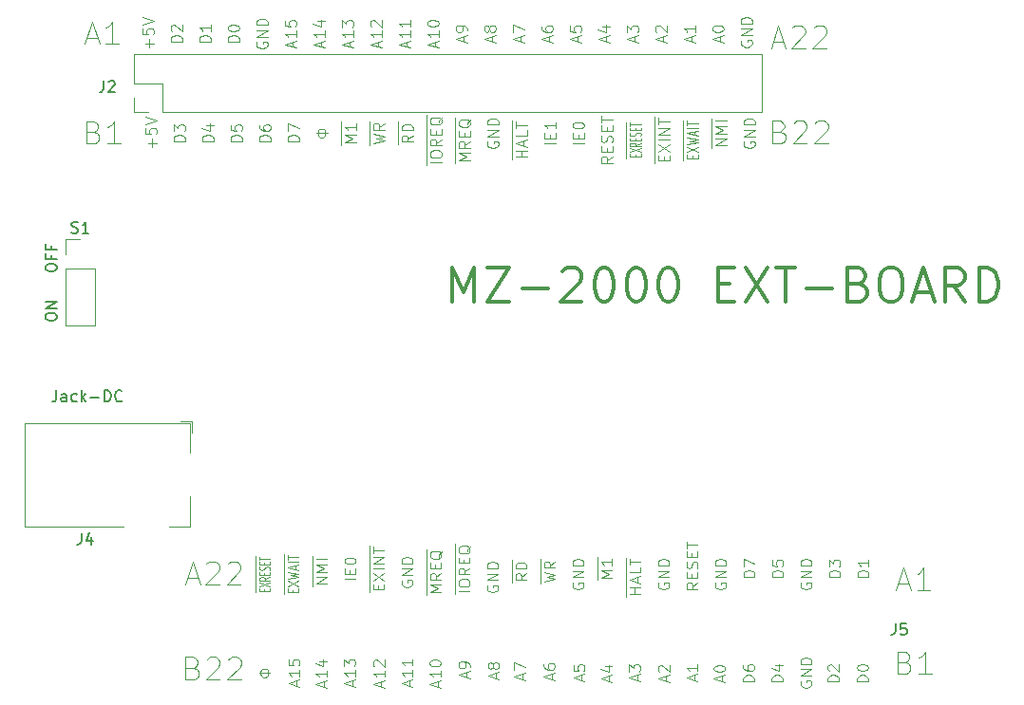
<source format=gto>
G04 #@! TF.GenerationSoftware,KiCad,Pcbnew,(5.1.9)-1*
G04 #@! TF.CreationDate,2022-05-23T16:02:47+09:00*
G04 #@! TF.ProjectId,mz-2000,6d7a2d32-3030-4302-9e6b-696361645f70,rev?*
G04 #@! TF.SameCoordinates,PX2faf080PY93d1cc0*
G04 #@! TF.FileFunction,Legend,Top*
G04 #@! TF.FilePolarity,Positive*
%FSLAX46Y46*%
G04 Gerber Fmt 4.6, Leading zero omitted, Abs format (unit mm)*
G04 Created by KiCad (PCBNEW (5.1.9)-1) date 2022-05-23 16:02:47*
%MOMM*%
%LPD*%
G01*
G04 APERTURE LIST*
%ADD10C,0.100000*%
%ADD11C,0.300000*%
%ADD12C,0.120000*%
%ADD13C,0.150000*%
G04 APERTURE END LIST*
D10*
X6273976Y50273358D02*
X6559690Y50178120D01*
X6654928Y50082881D01*
X6750166Y49892405D01*
X6750166Y49606691D01*
X6654928Y49416215D01*
X6559690Y49320977D01*
X6369214Y49225739D01*
X5607309Y49225739D01*
X5607309Y51225739D01*
X6273976Y51225739D01*
X6464452Y51130500D01*
X6559690Y51035262D01*
X6654928Y50844786D01*
X6654928Y50654310D01*
X6559690Y50463834D01*
X6464452Y50368596D01*
X6273976Y50273358D01*
X5607309Y50273358D01*
X8654928Y49225739D02*
X7512071Y49225739D01*
X8083500Y49225739D02*
X8083500Y51225739D01*
X7893023Y50940024D01*
X7702547Y50749548D01*
X7512071Y50654310D01*
X5654928Y58687167D02*
X6607309Y58687167D01*
X5464452Y58115739D02*
X6131119Y60115739D01*
X6797785Y58115739D01*
X8512071Y58115739D02*
X7369214Y58115739D01*
X7940642Y58115739D02*
X7940642Y60115739D01*
X7750166Y59830024D01*
X7559690Y59639548D01*
X7369214Y59544310D01*
X67453095Y50307858D02*
X67738809Y50212620D01*
X67834047Y50117381D01*
X67929285Y49926905D01*
X67929285Y49641191D01*
X67834047Y49450715D01*
X67738809Y49355477D01*
X67548333Y49260239D01*
X66786428Y49260239D01*
X66786428Y51260239D01*
X67453095Y51260239D01*
X67643571Y51165000D01*
X67738809Y51069762D01*
X67834047Y50879286D01*
X67834047Y50688810D01*
X67738809Y50498334D01*
X67643571Y50403096D01*
X67453095Y50307858D01*
X66786428Y50307858D01*
X68691190Y51069762D02*
X68786428Y51165000D01*
X68976904Y51260239D01*
X69453095Y51260239D01*
X69643571Y51165000D01*
X69738809Y51069762D01*
X69834047Y50879286D01*
X69834047Y50688810D01*
X69738809Y50403096D01*
X68595952Y49260239D01*
X69834047Y49260239D01*
X70595952Y51069762D02*
X70691190Y51165000D01*
X70881666Y51260239D01*
X71357857Y51260239D01*
X71548333Y51165000D01*
X71643571Y51069762D01*
X71738809Y50879286D01*
X71738809Y50688810D01*
X71643571Y50403096D01*
X70500714Y49260239D01*
X71738809Y49260239D01*
X66834047Y58306167D02*
X67786428Y58306167D01*
X66643571Y57734739D02*
X67310238Y59734739D01*
X67976904Y57734739D01*
X68548333Y59544262D02*
X68643571Y59639500D01*
X68834047Y59734739D01*
X69310238Y59734739D01*
X69500714Y59639500D01*
X69595952Y59544262D01*
X69691190Y59353786D01*
X69691190Y59163310D01*
X69595952Y58877596D01*
X68453095Y57734739D01*
X69691190Y57734739D01*
X70453095Y59544262D02*
X70548333Y59639500D01*
X70738809Y59734739D01*
X71215000Y59734739D01*
X71405476Y59639500D01*
X71500714Y59544262D01*
X71595952Y59353786D01*
X71595952Y59163310D01*
X71500714Y58877596D01*
X70357857Y57734739D01*
X71595952Y57734739D01*
X15148095Y2458858D02*
X15433809Y2363620D01*
X15529047Y2268381D01*
X15624285Y2077905D01*
X15624285Y1792191D01*
X15529047Y1601715D01*
X15433809Y1506477D01*
X15243333Y1411239D01*
X14481428Y1411239D01*
X14481428Y3411239D01*
X15148095Y3411239D01*
X15338571Y3316000D01*
X15433809Y3220762D01*
X15529047Y3030286D01*
X15529047Y2839810D01*
X15433809Y2649334D01*
X15338571Y2554096D01*
X15148095Y2458858D01*
X14481428Y2458858D01*
X16386190Y3220762D02*
X16481428Y3316000D01*
X16671904Y3411239D01*
X17148095Y3411239D01*
X17338571Y3316000D01*
X17433809Y3220762D01*
X17529047Y3030286D01*
X17529047Y2839810D01*
X17433809Y2554096D01*
X16290952Y1411239D01*
X17529047Y1411239D01*
X18290952Y3220762D02*
X18386190Y3316000D01*
X18576666Y3411239D01*
X19052857Y3411239D01*
X19243333Y3316000D01*
X19338571Y3220762D01*
X19433809Y3030286D01*
X19433809Y2839810D01*
X19338571Y2554096D01*
X18195714Y1411239D01*
X19433809Y1411239D01*
X14619047Y10482667D02*
X15571428Y10482667D01*
X14428571Y9911239D02*
X15095238Y11911239D01*
X15761904Y9911239D01*
X16333333Y11720762D02*
X16428571Y11816000D01*
X16619047Y11911239D01*
X17095238Y11911239D01*
X17285714Y11816000D01*
X17380952Y11720762D01*
X17476190Y11530286D01*
X17476190Y11339810D01*
X17380952Y11054096D01*
X16238095Y9911239D01*
X17476190Y9911239D01*
X18238095Y11720762D02*
X18333333Y11816000D01*
X18523809Y11911239D01*
X19000000Y11911239D01*
X19190476Y11816000D01*
X19285714Y11720762D01*
X19380952Y11530286D01*
X19380952Y11339810D01*
X19285714Y11054096D01*
X18142857Y9911239D01*
X19380952Y9911239D01*
X78600476Y2958858D02*
X78886190Y2863620D01*
X78981428Y2768381D01*
X79076666Y2577905D01*
X79076666Y2292191D01*
X78981428Y2101715D01*
X78886190Y2006477D01*
X78695714Y1911239D01*
X77933809Y1911239D01*
X77933809Y3911239D01*
X78600476Y3911239D01*
X78790952Y3816000D01*
X78886190Y3720762D01*
X78981428Y3530286D01*
X78981428Y3339810D01*
X78886190Y3149334D01*
X78790952Y3054096D01*
X78600476Y2958858D01*
X77933809Y2958858D01*
X80981428Y1911239D02*
X79838571Y1911239D01*
X80410000Y1911239D02*
X80410000Y3911239D01*
X80219523Y3625524D01*
X80029047Y3435048D01*
X79838571Y3339810D01*
X77981428Y9982667D02*
X78933809Y9982667D01*
X77790952Y9411239D02*
X78457619Y11411239D01*
X79124285Y9411239D01*
X80838571Y9411239D02*
X79695714Y9411239D01*
X80267142Y9411239D02*
X80267142Y11411239D01*
X80076666Y11125524D01*
X79886190Y10935048D01*
X79695714Y10839810D01*
X49010000Y10046096D02*
X48962380Y9950858D01*
X48962380Y9808000D01*
X49010000Y9665143D01*
X49105238Y9569905D01*
X49200476Y9522286D01*
X49390952Y9474667D01*
X49533809Y9474667D01*
X49724285Y9522286D01*
X49819523Y9569905D01*
X49914761Y9665143D01*
X49962380Y9808000D01*
X49962380Y9903239D01*
X49914761Y10046096D01*
X49867142Y10093715D01*
X49533809Y10093715D01*
X49533809Y9903239D01*
X49962380Y10522286D02*
X48962380Y10522286D01*
X49962380Y11093715D01*
X48962380Y11093715D01*
X49962380Y11569905D02*
X48962380Y11569905D01*
X48962380Y11808000D01*
X49010000Y11950858D01*
X49105238Y12046096D01*
X49200476Y12093715D01*
X49390952Y12141334D01*
X49533809Y12141334D01*
X49724285Y12093715D01*
X49819523Y12046096D01*
X49914761Y11950858D01*
X49962380Y11808000D01*
X49962380Y11569905D01*
X41390000Y9792096D02*
X41342380Y9696858D01*
X41342380Y9554000D01*
X41390000Y9411143D01*
X41485238Y9315905D01*
X41580476Y9268286D01*
X41770952Y9220667D01*
X41913809Y9220667D01*
X42104285Y9268286D01*
X42199523Y9315905D01*
X42294761Y9411143D01*
X42342380Y9554000D01*
X42342380Y9649239D01*
X42294761Y9792096D01*
X42247142Y9839715D01*
X41913809Y9839715D01*
X41913809Y9649239D01*
X42342380Y10268286D02*
X41342380Y10268286D01*
X42342380Y10839715D01*
X41342380Y10839715D01*
X42342380Y11315905D02*
X41342380Y11315905D01*
X41342380Y11554000D01*
X41390000Y11696858D01*
X41485238Y11792096D01*
X41580476Y11839715D01*
X41770952Y11887334D01*
X41913809Y11887334D01*
X42104285Y11839715D01*
X42199523Y11792096D01*
X42294761Y11696858D01*
X42342380Y11554000D01*
X42342380Y11315905D01*
X33770000Y10238096D02*
X33722380Y10142858D01*
X33722380Y10000000D01*
X33770000Y9857143D01*
X33865238Y9761905D01*
X33960476Y9714286D01*
X34150952Y9666667D01*
X34293809Y9666667D01*
X34484285Y9714286D01*
X34579523Y9761905D01*
X34674761Y9857143D01*
X34722380Y10000000D01*
X34722380Y10095239D01*
X34674761Y10238096D01*
X34627142Y10285715D01*
X34293809Y10285715D01*
X34293809Y10095239D01*
X34722380Y10714286D02*
X33722380Y10714286D01*
X34722380Y11285715D01*
X33722380Y11285715D01*
X34722380Y11761905D02*
X33722380Y11761905D01*
X33722380Y12000000D01*
X33770000Y12142858D01*
X33865238Y12238096D01*
X33960476Y12285715D01*
X34150952Y12333334D01*
X34293809Y12333334D01*
X34484285Y12285715D01*
X34579523Y12238096D01*
X34674761Y12142858D01*
X34722380Y12000000D01*
X34722380Y11761905D01*
X51200000Y10268381D02*
X51200000Y11411239D01*
X52502380Y10506477D02*
X51502380Y10506477D01*
X52216666Y10839810D01*
X51502380Y11173143D01*
X52502380Y11173143D01*
X51200000Y11411239D02*
X51200000Y12363620D01*
X52502380Y12173143D02*
X52502380Y11601715D01*
X52502380Y11887429D02*
X51502380Y11887429D01*
X51645238Y11792191D01*
X51740476Y11696953D01*
X51788095Y11601715D01*
X65158880Y1230405D02*
X64158880Y1230405D01*
X64158880Y1468500D01*
X64206500Y1611358D01*
X64301738Y1706596D01*
X64396976Y1754215D01*
X64587452Y1801834D01*
X64730309Y1801834D01*
X64920785Y1754215D01*
X65016023Y1706596D01*
X65111261Y1611358D01*
X65158880Y1468500D01*
X65158880Y1230405D01*
X64158880Y2658977D02*
X64158880Y2468500D01*
X64206500Y2373262D01*
X64254119Y2325643D01*
X64396976Y2230405D01*
X64587452Y2182786D01*
X64968404Y2182786D01*
X65063642Y2230405D01*
X65111261Y2278024D01*
X65158880Y2373262D01*
X65158880Y2563739D01*
X65111261Y2658977D01*
X65063642Y2706596D01*
X64968404Y2754215D01*
X64730309Y2754215D01*
X64635071Y2706596D01*
X64587452Y2658977D01*
X64539833Y2563739D01*
X64539833Y2373262D01*
X64587452Y2278024D01*
X64635071Y2230405D01*
X64730309Y2182786D01*
X61710000Y10046096D02*
X61662380Y9950858D01*
X61662380Y9808000D01*
X61710000Y9665143D01*
X61805238Y9569905D01*
X61900476Y9522286D01*
X62090952Y9474667D01*
X62233809Y9474667D01*
X62424285Y9522286D01*
X62519523Y9569905D01*
X62614761Y9665143D01*
X62662380Y9808000D01*
X62662380Y9903239D01*
X62614761Y10046096D01*
X62567142Y10093715D01*
X62233809Y10093715D01*
X62233809Y9903239D01*
X62662380Y10522286D02*
X61662380Y10522286D01*
X62662380Y11093715D01*
X61662380Y11093715D01*
X62662380Y11569905D02*
X61662380Y11569905D01*
X61662380Y11808000D01*
X61710000Y11950858D01*
X61805238Y12046096D01*
X61900476Y12093715D01*
X62090952Y12141334D01*
X62233809Y12141334D01*
X62424285Y12093715D01*
X62519523Y12046096D01*
X62614761Y11950858D01*
X62662380Y11808000D01*
X62662380Y11569905D01*
X23260000Y9016667D02*
X23260000Y9650000D01*
X24038571Y9183334D02*
X24038571Y9416667D01*
X24562380Y9516667D02*
X24562380Y9183334D01*
X23562380Y9183334D01*
X23562380Y9516667D01*
X23260000Y9650000D02*
X23260000Y10316667D01*
X23562380Y9750000D02*
X24562380Y10216667D01*
X23562380Y10216667D02*
X24562380Y9750000D01*
X23260000Y10316667D02*
X23260000Y11116667D01*
X23562380Y10416667D02*
X24562380Y10583334D01*
X23848095Y10716667D01*
X24562380Y10850000D01*
X23562380Y11016667D01*
X23260000Y11116667D02*
X23260000Y11716667D01*
X24276666Y11250000D02*
X24276666Y11583334D01*
X24562380Y11183334D02*
X23562380Y11416667D01*
X24562380Y11650000D01*
X23260000Y11716667D02*
X23260000Y12050000D01*
X24562380Y11883334D02*
X23562380Y11883334D01*
X23260000Y12050000D02*
X23260000Y12583334D01*
X23562380Y12116667D02*
X23562380Y12516667D01*
X24562380Y12316667D02*
X23562380Y12316667D01*
X46120000Y9990572D02*
X46120000Y11133429D01*
X46422380Y10133429D02*
X47422380Y10371524D01*
X46708095Y10562000D01*
X47422380Y10752477D01*
X46422380Y10990572D01*
X46120000Y11133429D02*
X46120000Y12133429D01*
X47422380Y11942953D02*
X46946190Y11609620D01*
X47422380Y11371524D02*
X46422380Y11371524D01*
X46422380Y11752477D01*
X46470000Y11847715D01*
X46517619Y11895334D01*
X46612857Y11942953D01*
X46755714Y11942953D01*
X46850952Y11895334D01*
X46898571Y11847715D01*
X46946190Y11752477D01*
X46946190Y11371524D01*
X60122380Y10069620D02*
X59646190Y9736286D01*
X60122380Y9498191D02*
X59122380Y9498191D01*
X59122380Y9879143D01*
X59170000Y9974381D01*
X59217619Y10022000D01*
X59312857Y10069620D01*
X59455714Y10069620D01*
X59550952Y10022000D01*
X59598571Y9974381D01*
X59646190Y9879143D01*
X59646190Y9498191D01*
X59598571Y10498191D02*
X59598571Y10831524D01*
X60122380Y10974381D02*
X60122380Y10498191D01*
X59122380Y10498191D01*
X59122380Y10974381D01*
X60074761Y11355334D02*
X60122380Y11498191D01*
X60122380Y11736286D01*
X60074761Y11831524D01*
X60027142Y11879143D01*
X59931904Y11926762D01*
X59836666Y11926762D01*
X59741428Y11879143D01*
X59693809Y11831524D01*
X59646190Y11736286D01*
X59598571Y11545810D01*
X59550952Y11450572D01*
X59503333Y11402953D01*
X59408095Y11355334D01*
X59312857Y11355334D01*
X59217619Y11402953D01*
X59170000Y11450572D01*
X59122380Y11545810D01*
X59122380Y11783905D01*
X59170000Y11926762D01*
X59598571Y12355334D02*
X59598571Y12688667D01*
X60122380Y12831524D02*
X60122380Y12355334D01*
X59122380Y12355334D01*
X59122380Y12831524D01*
X59122380Y13117239D02*
X59122380Y13688667D01*
X60122380Y13402953D02*
X59122380Y13402953D01*
X30880000Y9196572D02*
X30880000Y10101334D01*
X31658571Y9434667D02*
X31658571Y9768000D01*
X32182380Y9910858D02*
X32182380Y9434667D01*
X31182380Y9434667D01*
X31182380Y9910858D01*
X30880000Y10101334D02*
X30880000Y11053715D01*
X31182380Y10244191D02*
X32182380Y10910858D01*
X31182380Y10910858D02*
X32182380Y10244191D01*
X30880000Y11053715D02*
X30880000Y11529905D01*
X32182380Y11291810D02*
X31182380Y11291810D01*
X30880000Y11529905D02*
X30880000Y12577524D01*
X32182380Y11768000D02*
X31182380Y11768000D01*
X32182380Y12339429D01*
X31182380Y12339429D01*
X30880000Y12577524D02*
X30880000Y13339429D01*
X31182380Y12672762D02*
X31182380Y13244191D01*
X32182380Y12958477D02*
X31182380Y12958477D01*
X20720000Y9204762D02*
X20720000Y9657143D01*
X21498571Y9323810D02*
X21498571Y9490477D01*
X22022380Y9561905D02*
X22022380Y9323810D01*
X21022380Y9323810D01*
X21022380Y9561905D01*
X20720000Y9657143D02*
X20720000Y10133334D01*
X21022380Y9728572D02*
X22022380Y10061905D01*
X21022380Y10061905D02*
X22022380Y9728572D01*
X20720000Y10133334D02*
X20720000Y10633334D01*
X22022380Y10538096D02*
X21546190Y10371429D01*
X22022380Y10252381D02*
X21022380Y10252381D01*
X21022380Y10442858D01*
X21070000Y10490477D01*
X21117619Y10514286D01*
X21212857Y10538096D01*
X21355714Y10538096D01*
X21450952Y10514286D01*
X21498571Y10490477D01*
X21546190Y10442858D01*
X21546190Y10252381D01*
X20720000Y10633334D02*
X20720000Y11085715D01*
X21498571Y10752381D02*
X21498571Y10919048D01*
X22022380Y10990477D02*
X22022380Y10752381D01*
X21022380Y10752381D01*
X21022380Y10990477D01*
X20720000Y11085715D02*
X20720000Y11561905D01*
X21974761Y11180953D02*
X22022380Y11252381D01*
X22022380Y11371429D01*
X21974761Y11419048D01*
X21927142Y11442858D01*
X21831904Y11466667D01*
X21736666Y11466667D01*
X21641428Y11442858D01*
X21593809Y11419048D01*
X21546190Y11371429D01*
X21498571Y11276191D01*
X21450952Y11228572D01*
X21403333Y11204762D01*
X21308095Y11180953D01*
X21212857Y11180953D01*
X21117619Y11204762D01*
X21070000Y11228572D01*
X21022380Y11276191D01*
X21022380Y11395239D01*
X21070000Y11466667D01*
X20720000Y11561905D02*
X20720000Y12014286D01*
X21498571Y11680953D02*
X21498571Y11847620D01*
X22022380Y11919048D02*
X22022380Y11680953D01*
X21022380Y11680953D01*
X21022380Y11919048D01*
X20720000Y12014286D02*
X20720000Y12395239D01*
X21022380Y12061905D02*
X21022380Y12347620D01*
X22022380Y12204762D02*
X21022380Y12204762D01*
X65202380Y10577905D02*
X64202380Y10577905D01*
X64202380Y10816000D01*
X64250000Y10958858D01*
X64345238Y11054096D01*
X64440476Y11101715D01*
X64630952Y11149334D01*
X64773809Y11149334D01*
X64964285Y11101715D01*
X65059523Y11054096D01*
X65154761Y10958858D01*
X65202380Y10816000D01*
X65202380Y10577905D01*
X64202380Y11482667D02*
X64202380Y12149334D01*
X65202380Y11720762D01*
X72822380Y10577905D02*
X71822380Y10577905D01*
X71822380Y10816000D01*
X71870000Y10958858D01*
X71965238Y11054096D01*
X72060476Y11101715D01*
X72250952Y11149334D01*
X72393809Y11149334D01*
X72584285Y11101715D01*
X72679523Y11054096D01*
X72774761Y10958858D01*
X72822380Y10816000D01*
X72822380Y10577905D01*
X71822380Y11482667D02*
X71822380Y12101715D01*
X72203333Y11768381D01*
X72203333Y11911239D01*
X72250952Y12006477D01*
X72298571Y12054096D01*
X72393809Y12101715D01*
X72631904Y12101715D01*
X72727142Y12054096D01*
X72774761Y12006477D01*
X72822380Y11911239D01*
X72822380Y11625524D01*
X72774761Y11530286D01*
X72727142Y11482667D01*
X67742380Y10577905D02*
X66742380Y10577905D01*
X66742380Y10816000D01*
X66790000Y10958858D01*
X66885238Y11054096D01*
X66980476Y11101715D01*
X67170952Y11149334D01*
X67313809Y11149334D01*
X67504285Y11101715D01*
X67599523Y11054096D01*
X67694761Y10958858D01*
X67742380Y10816000D01*
X67742380Y10577905D01*
X66742380Y12054096D02*
X66742380Y11577905D01*
X67218571Y11530286D01*
X67170952Y11577905D01*
X67123333Y11673143D01*
X67123333Y11911239D01*
X67170952Y12006477D01*
X67218571Y12054096D01*
X67313809Y12101715D01*
X67551904Y12101715D01*
X67647142Y12054096D01*
X67694761Y12006477D01*
X67742380Y11911239D01*
X67742380Y11673143D01*
X67694761Y11577905D01*
X67647142Y11530286D01*
X22022380Y2000000D02*
X21022380Y2000000D01*
X21165238Y1904762D02*
X21165238Y2095239D01*
X21212857Y2238096D01*
X21308095Y2333334D01*
X21403333Y2380953D01*
X21593809Y2380953D01*
X21689047Y2333334D01*
X21784285Y2238096D01*
X21831904Y2095239D01*
X21831904Y1904762D01*
X21784285Y1761905D01*
X21689047Y1666667D01*
X21593809Y1619048D01*
X21403333Y1619048D01*
X21308095Y1666667D01*
X21212857Y1761905D01*
X21165238Y1904762D01*
X38500000Y9029905D02*
X38500000Y9506096D01*
X39802380Y9268000D02*
X38802380Y9268000D01*
X38500000Y9506096D02*
X38500000Y10553715D01*
X38802380Y9934667D02*
X38802380Y10125143D01*
X38850000Y10220381D01*
X38945238Y10315620D01*
X39135714Y10363239D01*
X39469047Y10363239D01*
X39659523Y10315620D01*
X39754761Y10220381D01*
X39802380Y10125143D01*
X39802380Y9934667D01*
X39754761Y9839429D01*
X39659523Y9744191D01*
X39469047Y9696572D01*
X39135714Y9696572D01*
X38945238Y9744191D01*
X38850000Y9839429D01*
X38802380Y9934667D01*
X38500000Y10553715D02*
X38500000Y11553715D01*
X39802380Y11363239D02*
X39326190Y11029905D01*
X39802380Y10791810D02*
X38802380Y10791810D01*
X38802380Y11172762D01*
X38850000Y11268000D01*
X38897619Y11315620D01*
X38992857Y11363239D01*
X39135714Y11363239D01*
X39230952Y11315620D01*
X39278571Y11268000D01*
X39326190Y11172762D01*
X39326190Y10791810D01*
X38500000Y11553715D02*
X38500000Y12458477D01*
X39278571Y11791810D02*
X39278571Y12125143D01*
X39802380Y12268000D02*
X39802380Y11791810D01*
X38802380Y11791810D01*
X38802380Y12268000D01*
X38500000Y12458477D02*
X38500000Y13506096D01*
X39897619Y13363239D02*
X39850000Y13268000D01*
X39754761Y13172762D01*
X39611904Y13029905D01*
X39564285Y12934667D01*
X39564285Y12839429D01*
X39802380Y12887048D02*
X39754761Y12791810D01*
X39659523Y12696572D01*
X39469047Y12648953D01*
X39135714Y12648953D01*
X38945238Y12696572D01*
X38850000Y12791810D01*
X38802380Y12887048D01*
X38802380Y13077524D01*
X38850000Y13172762D01*
X38945238Y13268000D01*
X39135714Y13315620D01*
X39469047Y13315620D01*
X39659523Y13268000D01*
X39754761Y13172762D01*
X39802380Y13077524D01*
X39802380Y12887048D01*
X67698880Y1230405D02*
X66698880Y1230405D01*
X66698880Y1468500D01*
X66746500Y1611358D01*
X66841738Y1706596D01*
X66936976Y1754215D01*
X67127452Y1801834D01*
X67270309Y1801834D01*
X67460785Y1754215D01*
X67556023Y1706596D01*
X67651261Y1611358D01*
X67698880Y1468500D01*
X67698880Y1230405D01*
X67032214Y2658977D02*
X67698880Y2658977D01*
X66651261Y2420881D02*
X67365547Y2182786D01*
X67365547Y2801834D01*
X53740000Y8815905D02*
X53740000Y9863524D01*
X55042380Y9054000D02*
X54042380Y9054000D01*
X54518571Y9054000D02*
X54518571Y9625429D01*
X55042380Y9625429D02*
X54042380Y9625429D01*
X53740000Y9863524D02*
X53740000Y10720667D01*
X54756666Y10054000D02*
X54756666Y10530191D01*
X55042380Y9958762D02*
X54042380Y10292096D01*
X55042380Y10625429D01*
X53740000Y10720667D02*
X53740000Y11530191D01*
X55042380Y11434953D02*
X55042380Y10958762D01*
X54042380Y10958762D01*
X53740000Y11530191D02*
X53740000Y12292096D01*
X54042380Y11625429D02*
X54042380Y12196858D01*
X55042380Y11911143D02*
X54042380Y11911143D01*
X56630000Y10046096D02*
X56582380Y9950858D01*
X56582380Y9808000D01*
X56630000Y9665143D01*
X56725238Y9569905D01*
X56820476Y9522286D01*
X57010952Y9474667D01*
X57153809Y9474667D01*
X57344285Y9522286D01*
X57439523Y9569905D01*
X57534761Y9665143D01*
X57582380Y9808000D01*
X57582380Y9903239D01*
X57534761Y10046096D01*
X57487142Y10093715D01*
X57153809Y10093715D01*
X57153809Y9903239D01*
X57582380Y10522286D02*
X56582380Y10522286D01*
X57582380Y11093715D01*
X56582380Y11093715D01*
X57582380Y11569905D02*
X56582380Y11569905D01*
X56582380Y11808000D01*
X56630000Y11950858D01*
X56725238Y12046096D01*
X56820476Y12093715D01*
X57010952Y12141334D01*
X57153809Y12141334D01*
X57344285Y12093715D01*
X57439523Y12046096D01*
X57534761Y11950858D01*
X57582380Y11808000D01*
X57582380Y11569905D01*
X35960000Y8952381D02*
X35960000Y10095239D01*
X37262380Y9190477D02*
X36262380Y9190477D01*
X36976666Y9523810D01*
X36262380Y9857143D01*
X37262380Y9857143D01*
X35960000Y10095239D02*
X35960000Y11095239D01*
X37262380Y10904762D02*
X36786190Y10571429D01*
X37262380Y10333334D02*
X36262380Y10333334D01*
X36262380Y10714286D01*
X36310000Y10809524D01*
X36357619Y10857143D01*
X36452857Y10904762D01*
X36595714Y10904762D01*
X36690952Y10857143D01*
X36738571Y10809524D01*
X36786190Y10714286D01*
X36786190Y10333334D01*
X35960000Y11095239D02*
X35960000Y12000000D01*
X36738571Y11333334D02*
X36738571Y11666667D01*
X37262380Y11809524D02*
X37262380Y11333334D01*
X36262380Y11333334D01*
X36262380Y11809524D01*
X35960000Y12000000D02*
X35960000Y13047620D01*
X37357619Y12904762D02*
X37310000Y12809524D01*
X37214761Y12714286D01*
X37071904Y12571429D01*
X37024285Y12476191D01*
X37024285Y12380953D01*
X37262380Y12428572D02*
X37214761Y12333334D01*
X37119523Y12238096D01*
X36929047Y12190477D01*
X36595714Y12190477D01*
X36405238Y12238096D01*
X36310000Y12333334D01*
X36262380Y12428572D01*
X36262380Y12619048D01*
X36310000Y12714286D01*
X36405238Y12809524D01*
X36595714Y12857143D01*
X36929047Y12857143D01*
X37119523Y12809524D01*
X37214761Y12714286D01*
X37262380Y12619048D01*
X37262380Y12428572D01*
X25800000Y9720667D02*
X25800000Y10768286D01*
X27102380Y9958762D02*
X26102380Y9958762D01*
X27102380Y10530191D01*
X26102380Y10530191D01*
X25800000Y10768286D02*
X25800000Y11911143D01*
X27102380Y11006381D02*
X26102380Y11006381D01*
X26816666Y11339715D01*
X26102380Y11673048D01*
X27102380Y11673048D01*
X25800000Y11911143D02*
X25800000Y12387334D01*
X27102380Y12149239D02*
X26102380Y12149239D01*
X43580000Y10062000D02*
X43580000Y11062000D01*
X44882380Y10871524D02*
X44406190Y10538191D01*
X44882380Y10300096D02*
X43882380Y10300096D01*
X43882380Y10681048D01*
X43930000Y10776286D01*
X43977619Y10823905D01*
X44072857Y10871524D01*
X44215714Y10871524D01*
X44310952Y10823905D01*
X44358571Y10776286D01*
X44406190Y10681048D01*
X44406190Y10300096D01*
X43580000Y11062000D02*
X43580000Y12062000D01*
X44882380Y11300096D02*
X43882380Y11300096D01*
X43882380Y11538191D01*
X43930000Y11681048D01*
X44025238Y11776286D01*
X44120476Y11823905D01*
X44310952Y11871524D01*
X44453809Y11871524D01*
X44644285Y11823905D01*
X44739523Y11776286D01*
X44834761Y11681048D01*
X44882380Y11538191D01*
X44882380Y11300096D01*
X29642380Y10379429D02*
X28642380Y10379429D01*
X29118571Y10855620D02*
X29118571Y11188953D01*
X29642380Y11331810D02*
X29642380Y10855620D01*
X28642380Y10855620D01*
X28642380Y11331810D01*
X28642380Y11950858D02*
X28642380Y12046096D01*
X28690000Y12141334D01*
X28737619Y12188953D01*
X28832857Y12236572D01*
X29023333Y12284191D01*
X29261428Y12284191D01*
X29451904Y12236572D01*
X29547142Y12188953D01*
X29594761Y12141334D01*
X29642380Y12046096D01*
X29642380Y11950858D01*
X29594761Y11855620D01*
X29547142Y11808000D01*
X29451904Y11760381D01*
X29261428Y11712762D01*
X29023333Y11712762D01*
X28832857Y11760381D01*
X28737619Y11808000D01*
X28690000Y11855620D01*
X28642380Y11950858D01*
X62269666Y1254215D02*
X62269666Y1730405D01*
X62555380Y1158977D02*
X61555380Y1492310D01*
X62555380Y1825643D01*
X61555380Y2349453D02*
X61555380Y2444691D01*
X61603000Y2539929D01*
X61650619Y2587548D01*
X61745857Y2635167D01*
X61936333Y2682786D01*
X62174428Y2682786D01*
X62364904Y2635167D01*
X62460142Y2587548D01*
X62507761Y2539929D01*
X62555380Y2444691D01*
X62555380Y2349453D01*
X62507761Y2254215D01*
X62460142Y2206596D01*
X62364904Y2158977D01*
X62174428Y2111358D01*
X61936333Y2111358D01*
X61745857Y2158977D01*
X61650619Y2206596D01*
X61603000Y2254215D01*
X61555380Y2349453D01*
X59836666Y1317715D02*
X59836666Y1793905D01*
X60122380Y1222477D02*
X59122380Y1555810D01*
X60122380Y1889143D01*
X60122380Y2746286D02*
X60122380Y2174858D01*
X60122380Y2460572D02*
X59122380Y2460572D01*
X59265238Y2365334D01*
X59360476Y2270096D01*
X59408095Y2174858D01*
X72715380Y1230405D02*
X71715380Y1230405D01*
X71715380Y1468500D01*
X71763000Y1611358D01*
X71858238Y1706596D01*
X71953476Y1754215D01*
X72143952Y1801834D01*
X72286809Y1801834D01*
X72477285Y1754215D01*
X72572523Y1706596D01*
X72667761Y1611358D01*
X72715380Y1468500D01*
X72715380Y1230405D01*
X71810619Y2182786D02*
X71763000Y2230405D01*
X71715380Y2325643D01*
X71715380Y2563739D01*
X71763000Y2658977D01*
X71810619Y2706596D01*
X71905857Y2754215D01*
X72001095Y2754215D01*
X72143952Y2706596D01*
X72715380Y2135167D01*
X72715380Y2754215D01*
X69330000Y10046096D02*
X69282380Y9950858D01*
X69282380Y9808000D01*
X69330000Y9665143D01*
X69425238Y9569905D01*
X69520476Y9522286D01*
X69710952Y9474667D01*
X69853809Y9474667D01*
X70044285Y9522286D01*
X70139523Y9569905D01*
X70234761Y9665143D01*
X70282380Y9808000D01*
X70282380Y9903239D01*
X70234761Y10046096D01*
X70187142Y10093715D01*
X69853809Y10093715D01*
X69853809Y9903239D01*
X70282380Y10522286D02*
X69282380Y10522286D01*
X70282380Y11093715D01*
X69282380Y11093715D01*
X70282380Y11569905D02*
X69282380Y11569905D01*
X69282380Y11808000D01*
X69330000Y11950858D01*
X69425238Y12046096D01*
X69520476Y12093715D01*
X69710952Y12141334D01*
X69853809Y12141334D01*
X70044285Y12093715D01*
X70139523Y12046096D01*
X70234761Y11950858D01*
X70282380Y11808000D01*
X70282380Y11569905D01*
X54713166Y1317715D02*
X54713166Y1793905D01*
X54998880Y1222477D02*
X53998880Y1555810D01*
X54998880Y1889143D01*
X53998880Y2127239D02*
X53998880Y2746286D01*
X54379833Y2412953D01*
X54379833Y2555810D01*
X54427452Y2651048D01*
X54475071Y2698667D01*
X54570309Y2746286D01*
X54808404Y2746286D01*
X54903642Y2698667D01*
X54951261Y2651048D01*
X54998880Y2555810D01*
X54998880Y2270096D01*
X54951261Y2174858D01*
X54903642Y2127239D01*
X52216666Y1254215D02*
X52216666Y1730405D01*
X52502380Y1158977D02*
X51502380Y1492310D01*
X52502380Y1825643D01*
X51835714Y2587548D02*
X52502380Y2587548D01*
X51454761Y2349453D02*
X52169047Y2111358D01*
X52169047Y2730405D01*
X57316666Y1254215D02*
X57316666Y1730405D01*
X57602380Y1158977D02*
X56602380Y1492310D01*
X57602380Y1825643D01*
X56697619Y2111358D02*
X56650000Y2158977D01*
X56602380Y2254215D01*
X56602380Y2492310D01*
X56650000Y2587548D01*
X56697619Y2635167D01*
X56792857Y2682786D01*
X56888095Y2682786D01*
X57030952Y2635167D01*
X57602380Y2063739D01*
X57602380Y2682786D01*
X49760166Y1317715D02*
X49760166Y1793905D01*
X50045880Y1222477D02*
X49045880Y1555810D01*
X50045880Y1889143D01*
X49045880Y2698667D02*
X49045880Y2222477D01*
X49522071Y2174858D01*
X49474452Y2222477D01*
X49426833Y2317715D01*
X49426833Y2555810D01*
X49474452Y2651048D01*
X49522071Y2698667D01*
X49617309Y2746286D01*
X49855404Y2746286D01*
X49950642Y2698667D01*
X49998261Y2651048D01*
X50045880Y2555810D01*
X50045880Y2317715D01*
X49998261Y2222477D01*
X49950642Y2174858D01*
X24360166Y841524D02*
X24360166Y1317715D01*
X24645880Y746286D02*
X23645880Y1079620D01*
X24645880Y1412953D01*
X24645880Y2270096D02*
X24645880Y1698667D01*
X24645880Y1984381D02*
X23645880Y1984381D01*
X23788738Y1889143D01*
X23883976Y1793905D01*
X23931595Y1698667D01*
X23645880Y3174858D02*
X23645880Y2698667D01*
X24122071Y2651048D01*
X24074452Y2698667D01*
X24026833Y2793905D01*
X24026833Y3032000D01*
X24074452Y3127239D01*
X24122071Y3174858D01*
X24217309Y3222477D01*
X24455404Y3222477D01*
X24550642Y3174858D01*
X24598261Y3127239D01*
X24645880Y3032000D01*
X24645880Y2793905D01*
X24598261Y2698667D01*
X24550642Y2651048D01*
X42140166Y1508215D02*
X42140166Y1984405D01*
X42425880Y1412977D02*
X41425880Y1746310D01*
X42425880Y2079643D01*
X41854452Y2555834D02*
X41806833Y2460596D01*
X41759214Y2412977D01*
X41663976Y2365358D01*
X41616357Y2365358D01*
X41521119Y2412977D01*
X41473500Y2460596D01*
X41425880Y2555834D01*
X41425880Y2746310D01*
X41473500Y2841548D01*
X41521119Y2889167D01*
X41616357Y2936786D01*
X41663976Y2936786D01*
X41759214Y2889167D01*
X41806833Y2841548D01*
X41854452Y2746310D01*
X41854452Y2555834D01*
X41902071Y2460596D01*
X41949690Y2412977D01*
X42044928Y2365358D01*
X42235404Y2365358D01*
X42330642Y2412977D01*
X42378261Y2460596D01*
X42425880Y2555834D01*
X42425880Y2746310D01*
X42378261Y2841548D01*
X42330642Y2889167D01*
X42235404Y2936786D01*
X42044928Y2936786D01*
X41949690Y2889167D01*
X41902071Y2841548D01*
X41854452Y2746310D01*
X36933166Y778024D02*
X36933166Y1254215D01*
X37218880Y682786D02*
X36218880Y1016120D01*
X37218880Y1349453D01*
X37218880Y2206596D02*
X37218880Y1635167D01*
X37218880Y1920881D02*
X36218880Y1920881D01*
X36361738Y1825643D01*
X36456976Y1730405D01*
X36504595Y1635167D01*
X36218880Y2825643D02*
X36218880Y2920881D01*
X36266500Y3016120D01*
X36314119Y3063739D01*
X36409357Y3111358D01*
X36599833Y3158977D01*
X36837928Y3158977D01*
X37028404Y3111358D01*
X37123642Y3063739D01*
X37171261Y3016120D01*
X37218880Y2920881D01*
X37218880Y2825643D01*
X37171261Y2730405D01*
X37123642Y2682786D01*
X37028404Y2635167D01*
X36837928Y2587548D01*
X36599833Y2587548D01*
X36409357Y2635167D01*
X36314119Y2682786D01*
X36266500Y2730405D01*
X36218880Y2825643D01*
X39536666Y1571715D02*
X39536666Y2047905D01*
X39822380Y1476477D02*
X38822380Y1809810D01*
X39822380Y2143143D01*
X39822380Y2524096D02*
X39822380Y2714572D01*
X39774761Y2809810D01*
X39727142Y2857429D01*
X39584285Y2952667D01*
X39393809Y3000286D01*
X39012857Y3000286D01*
X38917619Y2952667D01*
X38870000Y2905048D01*
X38822380Y2809810D01*
X38822380Y2619334D01*
X38870000Y2524096D01*
X38917619Y2476477D01*
X39012857Y2428858D01*
X39250952Y2428858D01*
X39346190Y2476477D01*
X39393809Y2524096D01*
X39441428Y2619334D01*
X39441428Y2809810D01*
X39393809Y2905048D01*
X39346190Y2952667D01*
X39250952Y3000286D01*
X75318880Y1230405D02*
X74318880Y1230405D01*
X74318880Y1468500D01*
X74366500Y1611358D01*
X74461738Y1706596D01*
X74556976Y1754215D01*
X74747452Y1801834D01*
X74890309Y1801834D01*
X75080785Y1754215D01*
X75176023Y1706596D01*
X75271261Y1611358D01*
X75318880Y1468500D01*
X75318880Y1230405D01*
X74318880Y2420881D02*
X74318880Y2516120D01*
X74366500Y2611358D01*
X74414119Y2658977D01*
X74509357Y2706596D01*
X74699833Y2754215D01*
X74937928Y2754215D01*
X75128404Y2706596D01*
X75223642Y2658977D01*
X75271261Y2611358D01*
X75318880Y2516120D01*
X75318880Y2420881D01*
X75271261Y2325643D01*
X75223642Y2278024D01*
X75128404Y2230405D01*
X74937928Y2182786D01*
X74699833Y2182786D01*
X74509357Y2230405D01*
X74414119Y2278024D01*
X74366500Y2325643D01*
X74318880Y2420881D01*
X31916666Y778024D02*
X31916666Y1254215D01*
X32202380Y682786D02*
X31202380Y1016120D01*
X32202380Y1349453D01*
X32202380Y2206596D02*
X32202380Y1635167D01*
X32202380Y1920881D02*
X31202380Y1920881D01*
X31345238Y1825643D01*
X31440476Y1730405D01*
X31488095Y1635167D01*
X31297619Y2587548D02*
X31250000Y2635167D01*
X31202380Y2730405D01*
X31202380Y2968500D01*
X31250000Y3063739D01*
X31297619Y3111358D01*
X31392857Y3158977D01*
X31488095Y3158977D01*
X31630952Y3111358D01*
X32202380Y2539929D01*
X32202380Y3158977D01*
X44489666Y1444715D02*
X44489666Y1920905D01*
X44775380Y1349477D02*
X43775380Y1682810D01*
X44775380Y2016143D01*
X43775380Y2254239D02*
X43775380Y2920905D01*
X44775380Y2492334D01*
X47093166Y1444715D02*
X47093166Y1920905D01*
X47378880Y1349477D02*
X46378880Y1682810D01*
X47378880Y2016143D01*
X46378880Y2778048D02*
X46378880Y2587572D01*
X46426500Y2492334D01*
X46474119Y2444715D01*
X46616976Y2349477D01*
X46807452Y2301858D01*
X47188404Y2301858D01*
X47283642Y2349477D01*
X47331261Y2397096D01*
X47378880Y2492334D01*
X47378880Y2682810D01*
X47331261Y2778048D01*
X47283642Y2825667D01*
X47188404Y2873286D01*
X46950309Y2873286D01*
X46855071Y2825667D01*
X46807452Y2778048D01*
X46759833Y2682810D01*
X46759833Y2492334D01*
X46807452Y2397096D01*
X46855071Y2349477D01*
X46950309Y2301858D01*
X75362380Y10577905D02*
X74362380Y10577905D01*
X74362380Y10816000D01*
X74410000Y10958858D01*
X74505238Y11054096D01*
X74600476Y11101715D01*
X74790952Y11149334D01*
X74933809Y11149334D01*
X75124285Y11101715D01*
X75219523Y11054096D01*
X75314761Y10958858D01*
X75362380Y10816000D01*
X75362380Y10577905D01*
X75362380Y12101715D02*
X75362380Y11530286D01*
X75362380Y11816000D02*
X74362380Y11816000D01*
X74505238Y11720762D01*
X74600476Y11625524D01*
X74648095Y11530286D01*
X34436666Y841524D02*
X34436666Y1317715D01*
X34722380Y746286D02*
X33722380Y1079620D01*
X34722380Y1412953D01*
X34722380Y2270096D02*
X34722380Y1698667D01*
X34722380Y1984381D02*
X33722380Y1984381D01*
X33865238Y1889143D01*
X33960476Y1793905D01*
X34008095Y1698667D01*
X34722380Y3222477D02*
X34722380Y2651048D01*
X34722380Y2936762D02*
X33722380Y2936762D01*
X33865238Y2841524D01*
X33960476Y2746286D01*
X34008095Y2651048D01*
X69330000Y1270096D02*
X69282380Y1174858D01*
X69282380Y1032000D01*
X69330000Y889143D01*
X69425238Y793905D01*
X69520476Y746286D01*
X69710952Y698667D01*
X69853809Y698667D01*
X70044285Y746286D01*
X70139523Y793905D01*
X70234761Y889143D01*
X70282380Y1032000D01*
X70282380Y1127239D01*
X70234761Y1270096D01*
X70187142Y1317715D01*
X69853809Y1317715D01*
X69853809Y1127239D01*
X70282380Y1746286D02*
X69282380Y1746286D01*
X70282380Y2317715D01*
X69282380Y2317715D01*
X70282380Y2793905D02*
X69282380Y2793905D01*
X69282380Y3032000D01*
X69330000Y3174858D01*
X69425238Y3270096D01*
X69520476Y3317715D01*
X69710952Y3365334D01*
X69853809Y3365334D01*
X70044285Y3317715D01*
X70139523Y3270096D01*
X70234761Y3174858D01*
X70282380Y3032000D01*
X70282380Y2793905D01*
X26773166Y778024D02*
X26773166Y1254215D01*
X27058880Y682786D02*
X26058880Y1016120D01*
X27058880Y1349453D01*
X27058880Y2206596D02*
X27058880Y1635167D01*
X27058880Y1920881D02*
X26058880Y1920881D01*
X26201738Y1825643D01*
X26296976Y1730405D01*
X26344595Y1635167D01*
X26392214Y3063739D02*
X27058880Y3063739D01*
X26011261Y2825643D02*
X26725547Y2587548D01*
X26725547Y3206596D01*
X29313166Y841524D02*
X29313166Y1317715D01*
X29598880Y746286D02*
X28598880Y1079620D01*
X29598880Y1412953D01*
X29598880Y2270096D02*
X29598880Y1698667D01*
X29598880Y1984381D02*
X28598880Y1984381D01*
X28741738Y1889143D01*
X28836976Y1793905D01*
X28884595Y1698667D01*
X28598880Y2603429D02*
X28598880Y3222477D01*
X28979833Y2889143D01*
X28979833Y3032000D01*
X29027452Y3127239D01*
X29075071Y3174858D01*
X29170309Y3222477D01*
X29408404Y3222477D01*
X29503642Y3174858D01*
X29551261Y3127239D01*
X29598880Y3032000D01*
X29598880Y2746286D01*
X29551261Y2651048D01*
X29503642Y2603429D01*
X64016000Y58420096D02*
X63968380Y58324858D01*
X63968380Y58182000D01*
X64016000Y58039143D01*
X64111238Y57943905D01*
X64206476Y57896286D01*
X64396952Y57848667D01*
X64539809Y57848667D01*
X64730285Y57896286D01*
X64825523Y57943905D01*
X64920761Y58039143D01*
X64968380Y58182000D01*
X64968380Y58277239D01*
X64920761Y58420096D01*
X64873142Y58467715D01*
X64539809Y58467715D01*
X64539809Y58277239D01*
X64968380Y58896286D02*
X63968380Y58896286D01*
X64968380Y59467715D01*
X63968380Y59467715D01*
X64968380Y59943905D02*
X63968380Y59943905D01*
X63968380Y60182000D01*
X64016000Y60324858D01*
X64111238Y60420096D01*
X64206476Y60467715D01*
X64396952Y60515334D01*
X64539809Y60515334D01*
X64730285Y60467715D01*
X64825523Y60420096D01*
X64920761Y60324858D01*
X64968380Y60182000D01*
X64968380Y59943905D01*
X62142666Y58340715D02*
X62142666Y58816905D01*
X62428380Y58245477D02*
X61428380Y58578810D01*
X62428380Y58912143D01*
X61428380Y59435953D02*
X61428380Y59531191D01*
X61476000Y59626429D01*
X61523619Y59674048D01*
X61618857Y59721667D01*
X61809333Y59769286D01*
X62047428Y59769286D01*
X62237904Y59721667D01*
X62333142Y59674048D01*
X62380761Y59626429D01*
X62428380Y59531191D01*
X62428380Y59435953D01*
X62380761Y59340715D01*
X62333142Y59293096D01*
X62237904Y59245477D01*
X62047428Y59197858D01*
X61809333Y59197858D01*
X61618857Y59245477D01*
X61523619Y59293096D01*
X61476000Y59340715D01*
X61428380Y59435953D01*
X59602666Y58340715D02*
X59602666Y58816905D01*
X59888380Y58245477D02*
X58888380Y58578810D01*
X59888380Y58912143D01*
X59888380Y59769286D02*
X59888380Y59197858D01*
X59888380Y59483572D02*
X58888380Y59483572D01*
X59031238Y59388334D01*
X59126476Y59293096D01*
X59174095Y59197858D01*
X57062666Y58340715D02*
X57062666Y58816905D01*
X57348380Y58245477D02*
X56348380Y58578810D01*
X57348380Y58912143D01*
X56443619Y59197858D02*
X56396000Y59245477D01*
X56348380Y59340715D01*
X56348380Y59578810D01*
X56396000Y59674048D01*
X56443619Y59721667D01*
X56538857Y59769286D01*
X56634095Y59769286D01*
X56776952Y59721667D01*
X57348380Y59150239D01*
X57348380Y59769286D01*
X54522666Y58340715D02*
X54522666Y58816905D01*
X54808380Y58245477D02*
X53808380Y58578810D01*
X54808380Y58912143D01*
X53808380Y59150239D02*
X53808380Y59769286D01*
X54189333Y59435953D01*
X54189333Y59578810D01*
X54236952Y59674048D01*
X54284571Y59721667D01*
X54379809Y59769286D01*
X54617904Y59769286D01*
X54713142Y59721667D01*
X54760761Y59674048D01*
X54808380Y59578810D01*
X54808380Y59293096D01*
X54760761Y59197858D01*
X54713142Y59150239D01*
X51982666Y58340715D02*
X51982666Y58816905D01*
X52268380Y58245477D02*
X51268380Y58578810D01*
X52268380Y58912143D01*
X51601714Y59674048D02*
X52268380Y59674048D01*
X51220761Y59435953D02*
X51935047Y59197858D01*
X51935047Y59816905D01*
X49442666Y58340715D02*
X49442666Y58816905D01*
X49728380Y58245477D02*
X48728380Y58578810D01*
X49728380Y58912143D01*
X48728380Y59721667D02*
X48728380Y59245477D01*
X49204571Y59197858D01*
X49156952Y59245477D01*
X49109333Y59340715D01*
X49109333Y59578810D01*
X49156952Y59674048D01*
X49204571Y59721667D01*
X49299809Y59769286D01*
X49537904Y59769286D01*
X49633142Y59721667D01*
X49680761Y59674048D01*
X49728380Y59578810D01*
X49728380Y59340715D01*
X49680761Y59245477D01*
X49633142Y59197858D01*
X46902666Y58340715D02*
X46902666Y58816905D01*
X47188380Y58245477D02*
X46188380Y58578810D01*
X47188380Y58912143D01*
X46188380Y59674048D02*
X46188380Y59483572D01*
X46236000Y59388334D01*
X46283619Y59340715D01*
X46426476Y59245477D01*
X46616952Y59197858D01*
X46997904Y59197858D01*
X47093142Y59245477D01*
X47140761Y59293096D01*
X47188380Y59388334D01*
X47188380Y59578810D01*
X47140761Y59674048D01*
X47093142Y59721667D01*
X46997904Y59769286D01*
X46759809Y59769286D01*
X46664571Y59721667D01*
X46616952Y59674048D01*
X46569333Y59578810D01*
X46569333Y59388334D01*
X46616952Y59293096D01*
X46664571Y59245477D01*
X46759809Y59197858D01*
X44362666Y58340715D02*
X44362666Y58816905D01*
X44648380Y58245477D02*
X43648380Y58578810D01*
X44648380Y58912143D01*
X43648380Y59150239D02*
X43648380Y59816905D01*
X44648380Y59388334D01*
X41822666Y58340715D02*
X41822666Y58816905D01*
X42108380Y58245477D02*
X41108380Y58578810D01*
X42108380Y58912143D01*
X41536952Y59388334D02*
X41489333Y59293096D01*
X41441714Y59245477D01*
X41346476Y59197858D01*
X41298857Y59197858D01*
X41203619Y59245477D01*
X41156000Y59293096D01*
X41108380Y59388334D01*
X41108380Y59578810D01*
X41156000Y59674048D01*
X41203619Y59721667D01*
X41298857Y59769286D01*
X41346476Y59769286D01*
X41441714Y59721667D01*
X41489333Y59674048D01*
X41536952Y59578810D01*
X41536952Y59388334D01*
X41584571Y59293096D01*
X41632190Y59245477D01*
X41727428Y59197858D01*
X41917904Y59197858D01*
X42013142Y59245477D01*
X42060761Y59293096D01*
X42108380Y59388334D01*
X42108380Y59578810D01*
X42060761Y59674048D01*
X42013142Y59721667D01*
X41917904Y59769286D01*
X41727428Y59769286D01*
X41632190Y59721667D01*
X41584571Y59674048D01*
X41536952Y59578810D01*
X39282666Y58340715D02*
X39282666Y58816905D01*
X39568380Y58245477D02*
X38568380Y58578810D01*
X39568380Y58912143D01*
X39568380Y59293096D02*
X39568380Y59483572D01*
X39520761Y59578810D01*
X39473142Y59626429D01*
X39330285Y59721667D01*
X39139809Y59769286D01*
X38758857Y59769286D01*
X38663619Y59721667D01*
X38616000Y59674048D01*
X38568380Y59578810D01*
X38568380Y59388334D01*
X38616000Y59293096D01*
X38663619Y59245477D01*
X38758857Y59197858D01*
X38996952Y59197858D01*
X39092190Y59245477D01*
X39139809Y59293096D01*
X39187428Y59388334D01*
X39187428Y59578810D01*
X39139809Y59674048D01*
X39092190Y59721667D01*
X38996952Y59769286D01*
X36742666Y57864524D02*
X36742666Y58340715D01*
X37028380Y57769286D02*
X36028380Y58102620D01*
X37028380Y58435953D01*
X37028380Y59293096D02*
X37028380Y58721667D01*
X37028380Y59007381D02*
X36028380Y59007381D01*
X36171238Y58912143D01*
X36266476Y58816905D01*
X36314095Y58721667D01*
X36028380Y59912143D02*
X36028380Y60007381D01*
X36076000Y60102620D01*
X36123619Y60150239D01*
X36218857Y60197858D01*
X36409333Y60245477D01*
X36647428Y60245477D01*
X36837904Y60197858D01*
X36933142Y60150239D01*
X36980761Y60102620D01*
X37028380Y60007381D01*
X37028380Y59912143D01*
X36980761Y59816905D01*
X36933142Y59769286D01*
X36837904Y59721667D01*
X36647428Y59674048D01*
X36409333Y59674048D01*
X36218857Y59721667D01*
X36123619Y59769286D01*
X36076000Y59816905D01*
X36028380Y59912143D01*
X34202666Y57864524D02*
X34202666Y58340715D01*
X34488380Y57769286D02*
X33488380Y58102620D01*
X34488380Y58435953D01*
X34488380Y59293096D02*
X34488380Y58721667D01*
X34488380Y59007381D02*
X33488380Y59007381D01*
X33631238Y58912143D01*
X33726476Y58816905D01*
X33774095Y58721667D01*
X34488380Y60245477D02*
X34488380Y59674048D01*
X34488380Y59959762D02*
X33488380Y59959762D01*
X33631238Y59864524D01*
X33726476Y59769286D01*
X33774095Y59674048D01*
X31662666Y57864524D02*
X31662666Y58340715D01*
X31948380Y57769286D02*
X30948380Y58102620D01*
X31948380Y58435953D01*
X31948380Y59293096D02*
X31948380Y58721667D01*
X31948380Y59007381D02*
X30948380Y59007381D01*
X31091238Y58912143D01*
X31186476Y58816905D01*
X31234095Y58721667D01*
X31043619Y59674048D02*
X30996000Y59721667D01*
X30948380Y59816905D01*
X30948380Y60055000D01*
X30996000Y60150239D01*
X31043619Y60197858D01*
X31138857Y60245477D01*
X31234095Y60245477D01*
X31376952Y60197858D01*
X31948380Y59626429D01*
X31948380Y60245477D01*
X29122666Y57864524D02*
X29122666Y58340715D01*
X29408380Y57769286D02*
X28408380Y58102620D01*
X29408380Y58435953D01*
X29408380Y59293096D02*
X29408380Y58721667D01*
X29408380Y59007381D02*
X28408380Y59007381D01*
X28551238Y58912143D01*
X28646476Y58816905D01*
X28694095Y58721667D01*
X28408380Y59626429D02*
X28408380Y60245477D01*
X28789333Y59912143D01*
X28789333Y60055000D01*
X28836952Y60150239D01*
X28884571Y60197858D01*
X28979809Y60245477D01*
X29217904Y60245477D01*
X29313142Y60197858D01*
X29360761Y60150239D01*
X29408380Y60055000D01*
X29408380Y59769286D01*
X29360761Y59674048D01*
X29313142Y59626429D01*
X26582666Y57864524D02*
X26582666Y58340715D01*
X26868380Y57769286D02*
X25868380Y58102620D01*
X26868380Y58435953D01*
X26868380Y59293096D02*
X26868380Y58721667D01*
X26868380Y59007381D02*
X25868380Y59007381D01*
X26011238Y58912143D01*
X26106476Y58816905D01*
X26154095Y58721667D01*
X26201714Y60150239D02*
X26868380Y60150239D01*
X25820761Y59912143D02*
X26535047Y59674048D01*
X26535047Y60293096D01*
X24042666Y57864524D02*
X24042666Y58340715D01*
X24328380Y57769286D02*
X23328380Y58102620D01*
X24328380Y58435953D01*
X24328380Y59293096D02*
X24328380Y58721667D01*
X24328380Y59007381D02*
X23328380Y59007381D01*
X23471238Y58912143D01*
X23566476Y58816905D01*
X23614095Y58721667D01*
X23328380Y60197858D02*
X23328380Y59721667D01*
X23804571Y59674048D01*
X23756952Y59721667D01*
X23709333Y59816905D01*
X23709333Y60055000D01*
X23756952Y60150239D01*
X23804571Y60197858D01*
X23899809Y60245477D01*
X24137904Y60245477D01*
X24233142Y60197858D01*
X24280761Y60150239D01*
X24328380Y60055000D01*
X24328380Y59816905D01*
X24280761Y59721667D01*
X24233142Y59674048D01*
X20836000Y58293096D02*
X20788380Y58197858D01*
X20788380Y58055000D01*
X20836000Y57912143D01*
X20931238Y57816905D01*
X21026476Y57769286D01*
X21216952Y57721667D01*
X21359809Y57721667D01*
X21550285Y57769286D01*
X21645523Y57816905D01*
X21740761Y57912143D01*
X21788380Y58055000D01*
X21788380Y58150239D01*
X21740761Y58293096D01*
X21693142Y58340715D01*
X21359809Y58340715D01*
X21359809Y58150239D01*
X21788380Y58769286D02*
X20788380Y58769286D01*
X21788380Y59340715D01*
X20788380Y59340715D01*
X21788380Y59816905D02*
X20788380Y59816905D01*
X20788380Y60055000D01*
X20836000Y60197858D01*
X20931238Y60293096D01*
X21026476Y60340715D01*
X21216952Y60388334D01*
X21359809Y60388334D01*
X21550285Y60340715D01*
X21645523Y60293096D01*
X21740761Y60197858D01*
X21788380Y60055000D01*
X21788380Y59816905D01*
X19248380Y58316905D02*
X18248380Y58316905D01*
X18248380Y58555000D01*
X18296000Y58697858D01*
X18391238Y58793096D01*
X18486476Y58840715D01*
X18676952Y58888334D01*
X18819809Y58888334D01*
X19010285Y58840715D01*
X19105523Y58793096D01*
X19200761Y58697858D01*
X19248380Y58555000D01*
X19248380Y58316905D01*
X18248380Y59507381D02*
X18248380Y59602620D01*
X18296000Y59697858D01*
X18343619Y59745477D01*
X18438857Y59793096D01*
X18629333Y59840715D01*
X18867428Y59840715D01*
X19057904Y59793096D01*
X19153142Y59745477D01*
X19200761Y59697858D01*
X19248380Y59602620D01*
X19248380Y59507381D01*
X19200761Y59412143D01*
X19153142Y59364524D01*
X19057904Y59316905D01*
X18867428Y59269286D01*
X18629333Y59269286D01*
X18438857Y59316905D01*
X18343619Y59364524D01*
X18296000Y59412143D01*
X18248380Y59507381D01*
X16708380Y58316905D02*
X15708380Y58316905D01*
X15708380Y58555000D01*
X15756000Y58697858D01*
X15851238Y58793096D01*
X15946476Y58840715D01*
X16136952Y58888334D01*
X16279809Y58888334D01*
X16470285Y58840715D01*
X16565523Y58793096D01*
X16660761Y58697858D01*
X16708380Y58555000D01*
X16708380Y58316905D01*
X16708380Y59840715D02*
X16708380Y59269286D01*
X16708380Y59555000D02*
X15708380Y59555000D01*
X15851238Y59459762D01*
X15946476Y59364524D01*
X15994095Y59269286D01*
X11247428Y57769286D02*
X11247428Y58531191D01*
X11628380Y58150239D02*
X10866476Y58150239D01*
X10628380Y59483572D02*
X10628380Y59007381D01*
X11104571Y58959762D01*
X11056952Y59007381D01*
X11009333Y59102620D01*
X11009333Y59340715D01*
X11056952Y59435953D01*
X11104571Y59483572D01*
X11199809Y59531191D01*
X11437904Y59531191D01*
X11533142Y59483572D01*
X11580761Y59435953D01*
X11628380Y59340715D01*
X11628380Y59102620D01*
X11580761Y59007381D01*
X11533142Y58959762D01*
X10628380Y59816905D02*
X11628380Y60150239D01*
X10628380Y60483572D01*
X14168380Y58316905D02*
X13168380Y58316905D01*
X13168380Y58555000D01*
X13216000Y58697858D01*
X13311238Y58793096D01*
X13406476Y58840715D01*
X13596952Y58888334D01*
X13739809Y58888334D01*
X13930285Y58840715D01*
X14025523Y58793096D01*
X14120761Y58697858D01*
X14168380Y58555000D01*
X14168380Y58316905D01*
X13263619Y59269286D02*
X13216000Y59316905D01*
X13168380Y59412143D01*
X13168380Y59650239D01*
X13216000Y59745477D01*
X13263619Y59793096D01*
X13358857Y59840715D01*
X13454095Y59840715D01*
X13596952Y59793096D01*
X14168380Y59221667D01*
X14168380Y59840715D01*
X64270000Y49403096D02*
X64222380Y49307858D01*
X64222380Y49165000D01*
X64270000Y49022143D01*
X64365238Y48926905D01*
X64460476Y48879286D01*
X64650952Y48831667D01*
X64793809Y48831667D01*
X64984285Y48879286D01*
X65079523Y48926905D01*
X65174761Y49022143D01*
X65222380Y49165000D01*
X65222380Y49260239D01*
X65174761Y49403096D01*
X65127142Y49450715D01*
X64793809Y49450715D01*
X64793809Y49260239D01*
X65222380Y49879286D02*
X64222380Y49879286D01*
X65222380Y50450715D01*
X64222380Y50450715D01*
X65222380Y50926905D02*
X64222380Y50926905D01*
X64222380Y51165000D01*
X64270000Y51307858D01*
X64365238Y51403096D01*
X64460476Y51450715D01*
X64650952Y51498334D01*
X64793809Y51498334D01*
X64984285Y51450715D01*
X65079523Y51403096D01*
X65174761Y51307858D01*
X65222380Y51165000D01*
X65222380Y50926905D01*
X61380000Y48831667D02*
X61380000Y49879286D01*
X62682380Y49069762D02*
X61682380Y49069762D01*
X62682380Y49641191D01*
X61682380Y49641191D01*
X61380000Y49879286D02*
X61380000Y51022143D01*
X62682380Y50117381D02*
X61682380Y50117381D01*
X62396666Y50450715D01*
X61682380Y50784048D01*
X62682380Y50784048D01*
X61380000Y51022143D02*
X61380000Y51498334D01*
X62682380Y51260239D02*
X61682380Y51260239D01*
X58840000Y47746667D02*
X58840000Y48380000D01*
X59618571Y47913334D02*
X59618571Y48146667D01*
X60142380Y48246667D02*
X60142380Y47913334D01*
X59142380Y47913334D01*
X59142380Y48246667D01*
X58840000Y48380000D02*
X58840000Y49046667D01*
X59142380Y48480000D02*
X60142380Y48946667D01*
X59142380Y48946667D02*
X60142380Y48480000D01*
X58840000Y49046667D02*
X58840000Y49846667D01*
X59142380Y49146667D02*
X60142380Y49313334D01*
X59428095Y49446667D01*
X60142380Y49580000D01*
X59142380Y49746667D01*
X58840000Y49846667D02*
X58840000Y50446667D01*
X59856666Y49980000D02*
X59856666Y50313334D01*
X60142380Y49913334D02*
X59142380Y50146667D01*
X60142380Y50380000D01*
X58840000Y50446667D02*
X58840000Y50780000D01*
X60142380Y50613334D02*
X59142380Y50613334D01*
X58840000Y50780000D02*
X58840000Y51313334D01*
X59142380Y50846667D02*
X59142380Y51246667D01*
X60142380Y51046667D02*
X59142380Y51046667D01*
X56300000Y47458572D02*
X56300000Y48363334D01*
X57078571Y47696667D02*
X57078571Y48030000D01*
X57602380Y48172858D02*
X57602380Y47696667D01*
X56602380Y47696667D01*
X56602380Y48172858D01*
X56300000Y48363334D02*
X56300000Y49315715D01*
X56602380Y48506191D02*
X57602380Y49172858D01*
X56602380Y49172858D02*
X57602380Y48506191D01*
X56300000Y49315715D02*
X56300000Y49791905D01*
X57602380Y49553810D02*
X56602380Y49553810D01*
X56300000Y49791905D02*
X56300000Y50839524D01*
X57602380Y50030000D02*
X56602380Y50030000D01*
X57602380Y50601429D01*
X56602380Y50601429D01*
X56300000Y50839524D02*
X56300000Y51601429D01*
X56602380Y50934762D02*
X56602380Y51506191D01*
X57602380Y51220477D02*
X56602380Y51220477D01*
X53760000Y47934762D02*
X53760000Y48387143D01*
X54538571Y48053810D02*
X54538571Y48220477D01*
X55062380Y48291905D02*
X55062380Y48053810D01*
X54062380Y48053810D01*
X54062380Y48291905D01*
X53760000Y48387143D02*
X53760000Y48863334D01*
X54062380Y48458572D02*
X55062380Y48791905D01*
X54062380Y48791905D02*
X55062380Y48458572D01*
X53760000Y48863334D02*
X53760000Y49363334D01*
X55062380Y49268096D02*
X54586190Y49101429D01*
X55062380Y48982381D02*
X54062380Y48982381D01*
X54062380Y49172858D01*
X54110000Y49220477D01*
X54157619Y49244286D01*
X54252857Y49268096D01*
X54395714Y49268096D01*
X54490952Y49244286D01*
X54538571Y49220477D01*
X54586190Y49172858D01*
X54586190Y48982381D01*
X53760000Y49363334D02*
X53760000Y49815715D01*
X54538571Y49482381D02*
X54538571Y49649048D01*
X55062380Y49720477D02*
X55062380Y49482381D01*
X54062380Y49482381D01*
X54062380Y49720477D01*
X53760000Y49815715D02*
X53760000Y50291905D01*
X55014761Y49910953D02*
X55062380Y49982381D01*
X55062380Y50101429D01*
X55014761Y50149048D01*
X54967142Y50172858D01*
X54871904Y50196667D01*
X54776666Y50196667D01*
X54681428Y50172858D01*
X54633809Y50149048D01*
X54586190Y50101429D01*
X54538571Y50006191D01*
X54490952Y49958572D01*
X54443333Y49934762D01*
X54348095Y49910953D01*
X54252857Y49910953D01*
X54157619Y49934762D01*
X54110000Y49958572D01*
X54062380Y50006191D01*
X54062380Y50125239D01*
X54110000Y50196667D01*
X53760000Y50291905D02*
X53760000Y50744286D01*
X54538571Y50410953D02*
X54538571Y50577620D01*
X55062380Y50649048D02*
X55062380Y50410953D01*
X54062380Y50410953D01*
X54062380Y50649048D01*
X53760000Y50744286D02*
X53760000Y51125239D01*
X54062380Y50791905D02*
X54062380Y51077620D01*
X55062380Y50934762D02*
X54062380Y50934762D01*
X52522380Y48077620D02*
X52046190Y47744286D01*
X52522380Y47506191D02*
X51522380Y47506191D01*
X51522380Y47887143D01*
X51570000Y47982381D01*
X51617619Y48030000D01*
X51712857Y48077620D01*
X51855714Y48077620D01*
X51950952Y48030000D01*
X51998571Y47982381D01*
X52046190Y47887143D01*
X52046190Y47506191D01*
X51998571Y48506191D02*
X51998571Y48839524D01*
X52522380Y48982381D02*
X52522380Y48506191D01*
X51522380Y48506191D01*
X51522380Y48982381D01*
X52474761Y49363334D02*
X52522380Y49506191D01*
X52522380Y49744286D01*
X52474761Y49839524D01*
X52427142Y49887143D01*
X52331904Y49934762D01*
X52236666Y49934762D01*
X52141428Y49887143D01*
X52093809Y49839524D01*
X52046190Y49744286D01*
X51998571Y49553810D01*
X51950952Y49458572D01*
X51903333Y49410953D01*
X51808095Y49363334D01*
X51712857Y49363334D01*
X51617619Y49410953D01*
X51570000Y49458572D01*
X51522380Y49553810D01*
X51522380Y49791905D01*
X51570000Y49934762D01*
X51998571Y50363334D02*
X51998571Y50696667D01*
X52522380Y50839524D02*
X52522380Y50363334D01*
X51522380Y50363334D01*
X51522380Y50839524D01*
X51522380Y51125239D02*
X51522380Y51696667D01*
X52522380Y51410953D02*
X51522380Y51410953D01*
X49982380Y49236429D02*
X48982380Y49236429D01*
X49458571Y49712620D02*
X49458571Y50045953D01*
X49982380Y50188810D02*
X49982380Y49712620D01*
X48982380Y49712620D01*
X48982380Y50188810D01*
X48982380Y50807858D02*
X48982380Y50903096D01*
X49030000Y50998334D01*
X49077619Y51045953D01*
X49172857Y51093572D01*
X49363333Y51141191D01*
X49601428Y51141191D01*
X49791904Y51093572D01*
X49887142Y51045953D01*
X49934761Y50998334D01*
X49982380Y50903096D01*
X49982380Y50807858D01*
X49934761Y50712620D01*
X49887142Y50665000D01*
X49791904Y50617381D01*
X49601428Y50569762D01*
X49363333Y50569762D01*
X49172857Y50617381D01*
X49077619Y50665000D01*
X49030000Y50712620D01*
X48982380Y50807858D01*
X47442380Y49236429D02*
X46442380Y49236429D01*
X46918571Y49712620D02*
X46918571Y50045953D01*
X47442380Y50188810D02*
X47442380Y49712620D01*
X46442380Y49712620D01*
X46442380Y50188810D01*
X47442380Y51141191D02*
X47442380Y50569762D01*
X47442380Y50855477D02*
X46442380Y50855477D01*
X46585238Y50760239D01*
X46680476Y50665000D01*
X46728095Y50569762D01*
X43600000Y47791905D02*
X43600000Y48839524D01*
X44902380Y48030000D02*
X43902380Y48030000D01*
X44378571Y48030000D02*
X44378571Y48601429D01*
X44902380Y48601429D02*
X43902380Y48601429D01*
X43600000Y48839524D02*
X43600000Y49696667D01*
X44616666Y49030000D02*
X44616666Y49506191D01*
X44902380Y48934762D02*
X43902380Y49268096D01*
X44902380Y49601429D01*
X43600000Y49696667D02*
X43600000Y50506191D01*
X44902380Y50410953D02*
X44902380Y49934762D01*
X43902380Y49934762D01*
X43600000Y50506191D02*
X43600000Y51268096D01*
X43902380Y50601429D02*
X43902380Y51172858D01*
X44902380Y50887143D02*
X43902380Y50887143D01*
X41410000Y49403096D02*
X41362380Y49307858D01*
X41362380Y49165000D01*
X41410000Y49022143D01*
X41505238Y48926905D01*
X41600476Y48879286D01*
X41790952Y48831667D01*
X41933809Y48831667D01*
X42124285Y48879286D01*
X42219523Y48926905D01*
X42314761Y49022143D01*
X42362380Y49165000D01*
X42362380Y49260239D01*
X42314761Y49403096D01*
X42267142Y49450715D01*
X41933809Y49450715D01*
X41933809Y49260239D01*
X42362380Y49879286D02*
X41362380Y49879286D01*
X42362380Y50450715D01*
X41362380Y50450715D01*
X42362380Y50926905D02*
X41362380Y50926905D01*
X41362380Y51165000D01*
X41410000Y51307858D01*
X41505238Y51403096D01*
X41600476Y51450715D01*
X41790952Y51498334D01*
X41933809Y51498334D01*
X42124285Y51450715D01*
X42219523Y51403096D01*
X42314761Y51307858D01*
X42362380Y51165000D01*
X42362380Y50926905D01*
X38520000Y47482381D02*
X38520000Y48625239D01*
X39822380Y47720477D02*
X38822380Y47720477D01*
X39536666Y48053810D01*
X38822380Y48387143D01*
X39822380Y48387143D01*
X38520000Y48625239D02*
X38520000Y49625239D01*
X39822380Y49434762D02*
X39346190Y49101429D01*
X39822380Y48863334D02*
X38822380Y48863334D01*
X38822380Y49244286D01*
X38870000Y49339524D01*
X38917619Y49387143D01*
X39012857Y49434762D01*
X39155714Y49434762D01*
X39250952Y49387143D01*
X39298571Y49339524D01*
X39346190Y49244286D01*
X39346190Y48863334D01*
X38520000Y49625239D02*
X38520000Y50530000D01*
X39298571Y49863334D02*
X39298571Y50196667D01*
X39822380Y50339524D02*
X39822380Y49863334D01*
X38822380Y49863334D01*
X38822380Y50339524D01*
X38520000Y50530000D02*
X38520000Y51577620D01*
X39917619Y51434762D02*
X39870000Y51339524D01*
X39774761Y51244286D01*
X39631904Y51101429D01*
X39584285Y51006191D01*
X39584285Y50910953D01*
X39822380Y50958572D02*
X39774761Y50863334D01*
X39679523Y50768096D01*
X39489047Y50720477D01*
X39155714Y50720477D01*
X38965238Y50768096D01*
X38870000Y50863334D01*
X38822380Y50958572D01*
X38822380Y51149048D01*
X38870000Y51244286D01*
X38965238Y51339524D01*
X39155714Y51387143D01*
X39489047Y51387143D01*
X39679523Y51339524D01*
X39774761Y51244286D01*
X39822380Y51149048D01*
X39822380Y50958572D01*
X35980000Y47291905D02*
X35980000Y47768096D01*
X37282380Y47530000D02*
X36282380Y47530000D01*
X35980000Y47768096D02*
X35980000Y48815715D01*
X36282380Y48196667D02*
X36282380Y48387143D01*
X36330000Y48482381D01*
X36425238Y48577620D01*
X36615714Y48625239D01*
X36949047Y48625239D01*
X37139523Y48577620D01*
X37234761Y48482381D01*
X37282380Y48387143D01*
X37282380Y48196667D01*
X37234761Y48101429D01*
X37139523Y48006191D01*
X36949047Y47958572D01*
X36615714Y47958572D01*
X36425238Y48006191D01*
X36330000Y48101429D01*
X36282380Y48196667D01*
X35980000Y48815715D02*
X35980000Y49815715D01*
X37282380Y49625239D02*
X36806190Y49291905D01*
X37282380Y49053810D02*
X36282380Y49053810D01*
X36282380Y49434762D01*
X36330000Y49530000D01*
X36377619Y49577620D01*
X36472857Y49625239D01*
X36615714Y49625239D01*
X36710952Y49577620D01*
X36758571Y49530000D01*
X36806190Y49434762D01*
X36806190Y49053810D01*
X35980000Y49815715D02*
X35980000Y50720477D01*
X36758571Y50053810D02*
X36758571Y50387143D01*
X37282380Y50530000D02*
X37282380Y50053810D01*
X36282380Y50053810D01*
X36282380Y50530000D01*
X35980000Y50720477D02*
X35980000Y51768096D01*
X37377619Y51625239D02*
X37330000Y51530000D01*
X37234761Y51434762D01*
X37091904Y51291905D01*
X37044285Y51196667D01*
X37044285Y51101429D01*
X37282380Y51149048D02*
X37234761Y51053810D01*
X37139523Y50958572D01*
X36949047Y50910953D01*
X36615714Y50910953D01*
X36425238Y50958572D01*
X36330000Y51053810D01*
X36282380Y51149048D01*
X36282380Y51339524D01*
X36330000Y51434762D01*
X36425238Y51530000D01*
X36615714Y51577620D01*
X36949047Y51577620D01*
X37139523Y51530000D01*
X37234761Y51434762D01*
X37282380Y51339524D01*
X37282380Y51149048D01*
X33440000Y49165000D02*
X33440000Y50165000D01*
X34742380Y49974524D02*
X34266190Y49641191D01*
X34742380Y49403096D02*
X33742380Y49403096D01*
X33742380Y49784048D01*
X33790000Y49879286D01*
X33837619Y49926905D01*
X33932857Y49974524D01*
X34075714Y49974524D01*
X34170952Y49926905D01*
X34218571Y49879286D01*
X34266190Y49784048D01*
X34266190Y49403096D01*
X33440000Y50165000D02*
X33440000Y51165000D01*
X34742380Y50403096D02*
X33742380Y50403096D01*
X33742380Y50641191D01*
X33790000Y50784048D01*
X33885238Y50879286D01*
X33980476Y50926905D01*
X34170952Y50974524D01*
X34313809Y50974524D01*
X34504285Y50926905D01*
X34599523Y50879286D01*
X34694761Y50784048D01*
X34742380Y50641191D01*
X34742380Y50403096D01*
X30900000Y49093572D02*
X30900000Y50236429D01*
X31202380Y49236429D02*
X32202380Y49474524D01*
X31488095Y49665000D01*
X32202380Y49855477D01*
X31202380Y50093572D01*
X30900000Y50236429D02*
X30900000Y51236429D01*
X32202380Y51045953D02*
X31726190Y50712620D01*
X32202380Y50474524D02*
X31202380Y50474524D01*
X31202380Y50855477D01*
X31250000Y50950715D01*
X31297619Y50998334D01*
X31392857Y51045953D01*
X31535714Y51045953D01*
X31630952Y50998334D01*
X31678571Y50950715D01*
X31726190Y50855477D01*
X31726190Y50474524D01*
X28360000Y49117381D02*
X28360000Y50260239D01*
X29662380Y49355477D02*
X28662380Y49355477D01*
X29376666Y49688810D01*
X28662380Y50022143D01*
X29662380Y50022143D01*
X28360000Y50260239D02*
X28360000Y51212620D01*
X29662380Y51022143D02*
X29662380Y50450715D01*
X29662380Y50736429D02*
X28662380Y50736429D01*
X28805238Y50641191D01*
X28900476Y50545953D01*
X28948095Y50450715D01*
X27122380Y50165000D02*
X26122380Y50165000D01*
X26265238Y50069762D02*
X26265238Y50260239D01*
X26312857Y50403096D01*
X26408095Y50498334D01*
X26503333Y50545953D01*
X26693809Y50545953D01*
X26789047Y50498334D01*
X26884285Y50403096D01*
X26931904Y50260239D01*
X26931904Y50069762D01*
X26884285Y49926905D01*
X26789047Y49831667D01*
X26693809Y49784048D01*
X26503333Y49784048D01*
X26408095Y49831667D01*
X26312857Y49926905D01*
X26265238Y50069762D01*
X24582380Y49426905D02*
X23582380Y49426905D01*
X23582380Y49665000D01*
X23630000Y49807858D01*
X23725238Y49903096D01*
X23820476Y49950715D01*
X24010952Y49998334D01*
X24153809Y49998334D01*
X24344285Y49950715D01*
X24439523Y49903096D01*
X24534761Y49807858D01*
X24582380Y49665000D01*
X24582380Y49426905D01*
X23582380Y50331667D02*
X23582380Y50998334D01*
X24582380Y50569762D01*
X22042380Y49426905D02*
X21042380Y49426905D01*
X21042380Y49665000D01*
X21090000Y49807858D01*
X21185238Y49903096D01*
X21280476Y49950715D01*
X21470952Y49998334D01*
X21613809Y49998334D01*
X21804285Y49950715D01*
X21899523Y49903096D01*
X21994761Y49807858D01*
X22042380Y49665000D01*
X22042380Y49426905D01*
X21042380Y50855477D02*
X21042380Y50665000D01*
X21090000Y50569762D01*
X21137619Y50522143D01*
X21280476Y50426905D01*
X21470952Y50379286D01*
X21851904Y50379286D01*
X21947142Y50426905D01*
X21994761Y50474524D01*
X22042380Y50569762D01*
X22042380Y50760239D01*
X21994761Y50855477D01*
X21947142Y50903096D01*
X21851904Y50950715D01*
X21613809Y50950715D01*
X21518571Y50903096D01*
X21470952Y50855477D01*
X21423333Y50760239D01*
X21423333Y50569762D01*
X21470952Y50474524D01*
X21518571Y50426905D01*
X21613809Y50379286D01*
X19502380Y49426905D02*
X18502380Y49426905D01*
X18502380Y49665000D01*
X18550000Y49807858D01*
X18645238Y49903096D01*
X18740476Y49950715D01*
X18930952Y49998334D01*
X19073809Y49998334D01*
X19264285Y49950715D01*
X19359523Y49903096D01*
X19454761Y49807858D01*
X19502380Y49665000D01*
X19502380Y49426905D01*
X18502380Y50903096D02*
X18502380Y50426905D01*
X18978571Y50379286D01*
X18930952Y50426905D01*
X18883333Y50522143D01*
X18883333Y50760239D01*
X18930952Y50855477D01*
X18978571Y50903096D01*
X19073809Y50950715D01*
X19311904Y50950715D01*
X19407142Y50903096D01*
X19454761Y50855477D01*
X19502380Y50760239D01*
X19502380Y50522143D01*
X19454761Y50426905D01*
X19407142Y50379286D01*
X16962380Y49426905D02*
X15962380Y49426905D01*
X15962380Y49665000D01*
X16010000Y49807858D01*
X16105238Y49903096D01*
X16200476Y49950715D01*
X16390952Y49998334D01*
X16533809Y49998334D01*
X16724285Y49950715D01*
X16819523Y49903096D01*
X16914761Y49807858D01*
X16962380Y49665000D01*
X16962380Y49426905D01*
X16295714Y50855477D02*
X16962380Y50855477D01*
X15914761Y50617381D02*
X16629047Y50379286D01*
X16629047Y50998334D01*
X14422380Y49426905D02*
X13422380Y49426905D01*
X13422380Y49665000D01*
X13470000Y49807858D01*
X13565238Y49903096D01*
X13660476Y49950715D01*
X13850952Y49998334D01*
X13993809Y49998334D01*
X14184285Y49950715D01*
X14279523Y49903096D01*
X14374761Y49807858D01*
X14422380Y49665000D01*
X14422380Y49426905D01*
X13422380Y50331667D02*
X13422380Y50950715D01*
X13803333Y50617381D01*
X13803333Y50760239D01*
X13850952Y50855477D01*
X13898571Y50903096D01*
X13993809Y50950715D01*
X14231904Y50950715D01*
X14327142Y50903096D01*
X14374761Y50855477D01*
X14422380Y50760239D01*
X14422380Y50474524D01*
X14374761Y50379286D01*
X14327142Y50331667D01*
X11501428Y48879286D02*
X11501428Y49641191D01*
X11882380Y49260239D02*
X11120476Y49260239D01*
X10882380Y50593572D02*
X10882380Y50117381D01*
X11358571Y50069762D01*
X11310952Y50117381D01*
X11263333Y50212620D01*
X11263333Y50450715D01*
X11310952Y50545953D01*
X11358571Y50593572D01*
X11453809Y50641191D01*
X11691904Y50641191D01*
X11787142Y50593572D01*
X11834761Y50545953D01*
X11882380Y50450715D01*
X11882380Y50212620D01*
X11834761Y50117381D01*
X11787142Y50069762D01*
X10882380Y50926905D02*
X11882380Y51260239D01*
X10882380Y51593572D01*
D11*
X38214285Y35142858D02*
X38214285Y38142858D01*
X39214285Y36000000D01*
X40214285Y38142858D01*
X40214285Y35142858D01*
X41357142Y38142858D02*
X43357142Y38142858D01*
X41357142Y35142858D01*
X43357142Y35142858D01*
X44500000Y36285715D02*
X46785714Y36285715D01*
X48071428Y37857143D02*
X48214285Y38000000D01*
X48500000Y38142858D01*
X49214285Y38142858D01*
X49500000Y38000000D01*
X49642857Y37857143D01*
X49785714Y37571429D01*
X49785714Y37285715D01*
X49642857Y36857143D01*
X47928571Y35142858D01*
X49785714Y35142858D01*
X51642857Y38142858D02*
X51928571Y38142858D01*
X52214285Y38000000D01*
X52357142Y37857143D01*
X52500000Y37571429D01*
X52642857Y37000000D01*
X52642857Y36285715D01*
X52500000Y35714286D01*
X52357142Y35428572D01*
X52214285Y35285715D01*
X51928571Y35142858D01*
X51642857Y35142858D01*
X51357142Y35285715D01*
X51214285Y35428572D01*
X51071428Y35714286D01*
X50928571Y36285715D01*
X50928571Y37000000D01*
X51071428Y37571429D01*
X51214285Y37857143D01*
X51357142Y38000000D01*
X51642857Y38142858D01*
X54500000Y38142858D02*
X54785714Y38142858D01*
X55071428Y38000000D01*
X55214285Y37857143D01*
X55357142Y37571429D01*
X55500000Y37000000D01*
X55500000Y36285715D01*
X55357142Y35714286D01*
X55214285Y35428572D01*
X55071428Y35285715D01*
X54785714Y35142858D01*
X54500000Y35142858D01*
X54214285Y35285715D01*
X54071428Y35428572D01*
X53928571Y35714286D01*
X53785714Y36285715D01*
X53785714Y37000000D01*
X53928571Y37571429D01*
X54071428Y37857143D01*
X54214285Y38000000D01*
X54500000Y38142858D01*
X57357142Y38142858D02*
X57642857Y38142858D01*
X57928571Y38000000D01*
X58071428Y37857143D01*
X58214285Y37571429D01*
X58357142Y37000000D01*
X58357142Y36285715D01*
X58214285Y35714286D01*
X58071428Y35428572D01*
X57928571Y35285715D01*
X57642857Y35142858D01*
X57357142Y35142858D01*
X57071428Y35285715D01*
X56928571Y35428572D01*
X56785714Y35714286D01*
X56642857Y36285715D01*
X56642857Y37000000D01*
X56785714Y37571429D01*
X56928571Y37857143D01*
X57071428Y38000000D01*
X57357142Y38142858D01*
X61928571Y36714286D02*
X62928571Y36714286D01*
X63357142Y35142858D02*
X61928571Y35142858D01*
X61928571Y38142858D01*
X63357142Y38142858D01*
X64357142Y38142858D02*
X66357142Y35142858D01*
X66357142Y38142858D02*
X64357142Y35142858D01*
X67071428Y38142858D02*
X68785714Y38142858D01*
X67928571Y35142858D02*
X67928571Y38142858D01*
X69785714Y36285715D02*
X72071428Y36285715D01*
X74500000Y36714286D02*
X74928571Y36571429D01*
X75071428Y36428572D01*
X75214285Y36142858D01*
X75214285Y35714286D01*
X75071428Y35428572D01*
X74928571Y35285715D01*
X74642857Y35142858D01*
X73500000Y35142858D01*
X73500000Y38142858D01*
X74500000Y38142858D01*
X74785714Y38000000D01*
X74928571Y37857143D01*
X75071428Y37571429D01*
X75071428Y37285715D01*
X74928571Y37000000D01*
X74785714Y36857143D01*
X74500000Y36714286D01*
X73500000Y36714286D01*
X77071428Y38142858D02*
X77642857Y38142858D01*
X77928571Y38000000D01*
X78214285Y37714286D01*
X78357142Y37142858D01*
X78357142Y36142858D01*
X78214285Y35571429D01*
X77928571Y35285715D01*
X77642857Y35142858D01*
X77071428Y35142858D01*
X76785714Y35285715D01*
X76500000Y35571429D01*
X76357142Y36142858D01*
X76357142Y37142858D01*
X76500000Y37714286D01*
X76785714Y38000000D01*
X77071428Y38142858D01*
X79500000Y36000000D02*
X80928571Y36000000D01*
X79214285Y35142858D02*
X80214285Y38142858D01*
X81214285Y35142858D01*
X83928571Y35142858D02*
X82928571Y36571429D01*
X82214285Y35142858D02*
X82214285Y38142858D01*
X83357142Y38142858D01*
X83642857Y38000000D01*
X83785714Y37857143D01*
X83928571Y37571429D01*
X83928571Y37142858D01*
X83785714Y36857143D01*
X83642857Y36714286D01*
X83357142Y36571429D01*
X82214285Y36571429D01*
X85214285Y35142858D02*
X85214285Y38142858D01*
X85928571Y38142858D01*
X86357142Y38000000D01*
X86642857Y37714286D01*
X86785714Y37428572D01*
X86928571Y36857143D01*
X86928571Y36428572D01*
X86785714Y35857143D01*
X86642857Y35571429D01*
X86357142Y35285715D01*
X85928571Y35142858D01*
X85214285Y35142858D01*
D12*
X9846000Y52010000D02*
X9846000Y53340000D01*
X11176000Y52010000D02*
X9846000Y52010000D01*
X9846000Y54610000D02*
X9846000Y57210000D01*
X12446000Y54610000D02*
X9846000Y54610000D01*
X12446000Y52010000D02*
X12446000Y54610000D01*
X9846000Y57210000D02*
X65846000Y57210000D01*
X12446000Y52010000D02*
X65846000Y52010000D01*
X65846000Y52010000D02*
X65846000Y57210000D01*
X14870000Y24285000D02*
X14870000Y21685000D01*
X170000Y24285000D02*
X14870000Y24285000D01*
X14870000Y15085000D02*
X12970000Y15085000D01*
X14870000Y17785000D02*
X14870000Y15085000D01*
X170000Y15085000D02*
X170000Y24285000D01*
X8970000Y15085000D02*
X170000Y15085000D01*
X14020000Y24485000D02*
X15070000Y24485000D01*
X15070000Y23435000D02*
X15070000Y24485000D01*
X3750000Y40700000D02*
X5080000Y40700000D01*
X3750000Y39370000D02*
X3750000Y40700000D01*
X3750000Y38100000D02*
X6410000Y38100000D01*
X6410000Y38100000D02*
X6410000Y32960000D01*
X3750000Y38100000D02*
X3750000Y32960000D01*
X3750000Y32960000D02*
X6410000Y32960000D01*
D13*
X7166666Y54822620D02*
X7166666Y54108334D01*
X7119047Y53965477D01*
X7023809Y53870239D01*
X6880952Y53822620D01*
X6785714Y53822620D01*
X7595238Y54727381D02*
X7642857Y54775000D01*
X7738095Y54822620D01*
X7976190Y54822620D01*
X8071428Y54775000D01*
X8119047Y54727381D01*
X8166666Y54632143D01*
X8166666Y54536905D01*
X8119047Y54394048D01*
X7547619Y53822620D01*
X8166666Y53822620D01*
X5186666Y14482620D02*
X5186666Y13768334D01*
X5139047Y13625477D01*
X5043809Y13530239D01*
X4900952Y13482620D01*
X4805714Y13482620D01*
X6091428Y14149286D02*
X6091428Y13482620D01*
X5853333Y14530239D02*
X5615238Y13815953D01*
X6234285Y13815953D01*
X2953095Y27217620D02*
X2953095Y26503334D01*
X2905476Y26360477D01*
X2810238Y26265239D01*
X2667380Y26217620D01*
X2572142Y26217620D01*
X3857857Y26217620D02*
X3857857Y26741429D01*
X3810238Y26836667D01*
X3715000Y26884286D01*
X3524523Y26884286D01*
X3429285Y26836667D01*
X3857857Y26265239D02*
X3762619Y26217620D01*
X3524523Y26217620D01*
X3429285Y26265239D01*
X3381666Y26360477D01*
X3381666Y26455715D01*
X3429285Y26550953D01*
X3524523Y26598572D01*
X3762619Y26598572D01*
X3857857Y26646191D01*
X4762619Y26265239D02*
X4667380Y26217620D01*
X4476904Y26217620D01*
X4381666Y26265239D01*
X4334047Y26312858D01*
X4286428Y26408096D01*
X4286428Y26693810D01*
X4334047Y26789048D01*
X4381666Y26836667D01*
X4476904Y26884286D01*
X4667380Y26884286D01*
X4762619Y26836667D01*
X5191190Y26217620D02*
X5191190Y27217620D01*
X5286428Y26598572D02*
X5572142Y26217620D01*
X5572142Y26884286D02*
X5191190Y26503334D01*
X6000714Y26598572D02*
X6762619Y26598572D01*
X7238809Y26217620D02*
X7238809Y27217620D01*
X7476904Y27217620D01*
X7619761Y27170000D01*
X7715000Y27074762D01*
X7762619Y26979524D01*
X7810238Y26789048D01*
X7810238Y26646191D01*
X7762619Y26455715D01*
X7715000Y26360477D01*
X7619761Y26265239D01*
X7476904Y26217620D01*
X7238809Y26217620D01*
X8810238Y26312858D02*
X8762619Y26265239D01*
X8619761Y26217620D01*
X8524523Y26217620D01*
X8381666Y26265239D01*
X8286428Y26360477D01*
X8238809Y26455715D01*
X8191190Y26646191D01*
X8191190Y26789048D01*
X8238809Y26979524D01*
X8286428Y27074762D01*
X8381666Y27170000D01*
X8524523Y27217620D01*
X8619761Y27217620D01*
X8762619Y27170000D01*
X8810238Y27122381D01*
X77751666Y6413620D02*
X77751666Y5699334D01*
X77704047Y5556477D01*
X77608809Y5461239D01*
X77465952Y5413620D01*
X77370714Y5413620D01*
X78704047Y6413620D02*
X78227857Y6413620D01*
X78180238Y5937429D01*
X78227857Y5985048D01*
X78323095Y6032667D01*
X78561190Y6032667D01*
X78656428Y5985048D01*
X78704047Y5937429D01*
X78751666Y5842191D01*
X78751666Y5604096D01*
X78704047Y5508858D01*
X78656428Y5461239D01*
X78561190Y5413620D01*
X78323095Y5413620D01*
X78227857Y5461239D01*
X78180238Y5508858D01*
X4318095Y41295239D02*
X4460952Y41247620D01*
X4699047Y41247620D01*
X4794285Y41295239D01*
X4841904Y41342858D01*
X4889523Y41438096D01*
X4889523Y41533334D01*
X4841904Y41628572D01*
X4794285Y41676191D01*
X4699047Y41723810D01*
X4508571Y41771429D01*
X4413333Y41819048D01*
X4365714Y41866667D01*
X4318095Y41961905D01*
X4318095Y42057143D01*
X4365714Y42152381D01*
X4413333Y42200000D01*
X4508571Y42247620D01*
X4746666Y42247620D01*
X4889523Y42200000D01*
X5841904Y41247620D02*
X5270476Y41247620D01*
X5556190Y41247620D02*
X5556190Y42247620D01*
X5460952Y42104762D01*
X5365714Y42009524D01*
X5270476Y41961905D01*
X1992380Y33687143D02*
X1992380Y33877620D01*
X2040000Y33972858D01*
X2135238Y34068096D01*
X2325714Y34115715D01*
X2659047Y34115715D01*
X2849523Y34068096D01*
X2944761Y33972858D01*
X2992380Y33877620D01*
X2992380Y33687143D01*
X2944761Y33591905D01*
X2849523Y33496667D01*
X2659047Y33449048D01*
X2325714Y33449048D01*
X2135238Y33496667D01*
X2040000Y33591905D01*
X1992380Y33687143D01*
X2992380Y34544286D02*
X1992380Y34544286D01*
X2992380Y35115715D01*
X1992380Y35115715D01*
X1992380Y38068096D02*
X1992380Y38258572D01*
X2040000Y38353810D01*
X2135238Y38449048D01*
X2325714Y38496667D01*
X2659047Y38496667D01*
X2849523Y38449048D01*
X2944761Y38353810D01*
X2992380Y38258572D01*
X2992380Y38068096D01*
X2944761Y37972858D01*
X2849523Y37877620D01*
X2659047Y37830000D01*
X2325714Y37830000D01*
X2135238Y37877620D01*
X2040000Y37972858D01*
X1992380Y38068096D01*
X2468571Y39258572D02*
X2468571Y38925239D01*
X2992380Y38925239D02*
X1992380Y38925239D01*
X1992380Y39401429D01*
X2468571Y40115715D02*
X2468571Y39782381D01*
X2992380Y39782381D02*
X1992380Y39782381D01*
X1992380Y40258572D01*
M02*

</source>
